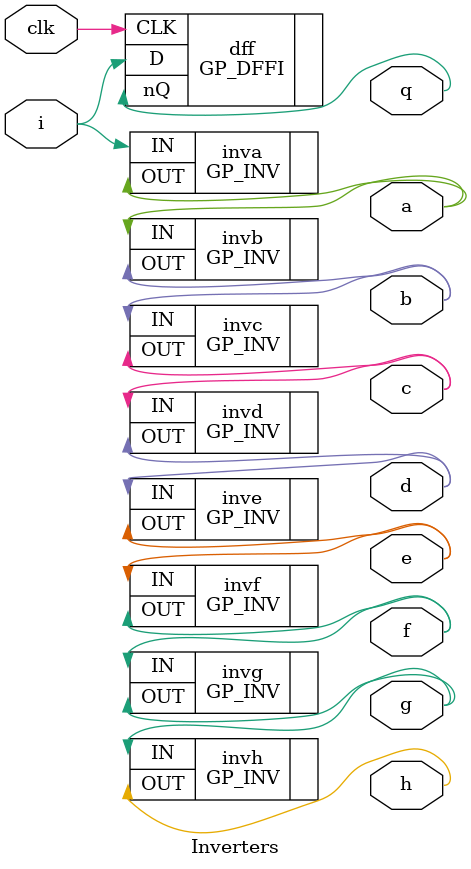
<source format=v>
/***********************************************************************************************************************
 * Copyright (C) 2016 Andrew Zonenberg and contributors                                                                *
 *                                                                                                                     *
 * This program is free software; you can redistribute it and/or modify it under the terms of the GNU Lesser General   *
 * Public License as published by the Free Software Foundation; either version 2.1 of the License, or (at your option) *
 * any later version.                                                                                                  *
 *                                                                                                                     *
 * This program is distributed in the hope that it will be useful, but WITHOUT ANY WARRANTY; without even the implied  *
 * warranty of MERCHANTABILITY or FITNESS FOR A PARTICULAR PURPOSE.  See the GNU Lesser General Public License for     *
 * more details.                                                                                                       *
 *                                                                                                                     *
 * You should have received a copy of the GNU Lesser General Public License along with this program; if not, you may   *
 * find one here:                                                                                                      *
 * https://www.gnu.org/licenses/old-licenses/lgpl-2.1.txt                                                              *
 * or you may search the http://www.gnu.org website for the version 2.1 license, or you may write to the Free Software *
 * Foundation, Inc., 51 Franklin Street, Fifth Floor, Boston, MA  02110-1301, USA                                      *
 **********************************************************************************************************************/

`default_nettype none

module Inverters(i, a, b, c, d, e, f, g, h, clk, q);

	////////////////////////////////////////////////////////////////////////////////////////////////////////////////////
	// I/O declarations

	(* LOC = "P3" *)
	input wire i;
	
	(* LOC = "P4" *)
	input wire clk;
	
	(* LOC = "P12" *)
	output wire a;
	
	(* LOC = "P13" *)
	output wire b;
	
	(* LOC = "P14" *)
	output wire c;
	
	(* LOC = "P15" *)
	output wire d;
	
	(* LOC = "P16" *)
	output wire e;
	
	(* LOC = "P17" *)
	output wire f;
	
	(* LOC = "P18" *)
	output wire g;
	
	(* LOC = "P19" *)
	output wire h;
	
	(* LOC = "P20" *)
	output wire q;

	////////////////////////////////////////////////////////////////////////////////////////////////////////////////////
	// Lots of inverters. Explicitly instantiate to prevent Yosys from optimizing them out
	
	GP_INV inva(.IN(i), .OUT(a));
	GP_INV invb(.IN(a), .OUT(b));
	GP_INV invc(.IN(b), .OUT(c));
	GP_INV invd(.IN(c), .OUT(d));
	GP_INV inve(.IN(d), .OUT(e));
	GP_INV invf(.IN(e), .OUT(f));
	GP_INV invg(.IN(f), .OUT(g));
	GP_INV invh(.IN(g), .OUT(h));
	
	////////////////////////////////////////////////////////////////////////////////////////////////////////////////////
	// An inverted flipflop
	
	GP_DFFI #(
		.INIT(1'b0)
	) dff (
		.D(i),
		.CLK(clk),
		.nQ(q)
	);
	
endmodule

</source>
